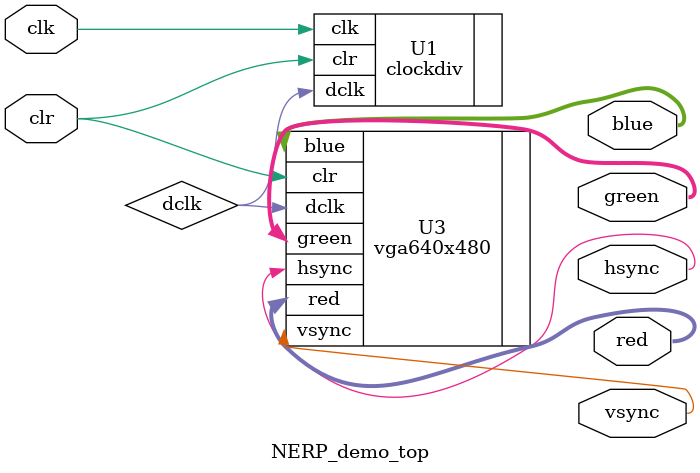
<source format=v>
`timescale 1ns / 1ps
module NERP_demo_top(
	input wire clk,			//master clock = 50MHz
	input wire clr,			//right-most pushbutton for reset
	output wire [3:0] red,	//red vga output - 3 bits
	output wire [3:0] green,//green vga output - 3 bits
	output wire [3:0] blue,	//blue vga output - 2 bits
	output wire hsync,		//horizontal sync out
	output wire vsync			//vertical sync out
	);


// VGA display clock interconnect
wire dclk;


// generate 7-segment clock & display clock
clockdiv U1(
	.clk(clk),
	.clr(clr),
	.dclk(dclk)
	);


// VGA controller
vga640x480 U3(
	.dclk(dclk),
	.clr(clr),
	.hsync(hsync),
	.vsync(vsync),
	.red(red),
	.green(green),
	.blue(blue)
	);

endmodule

</source>
